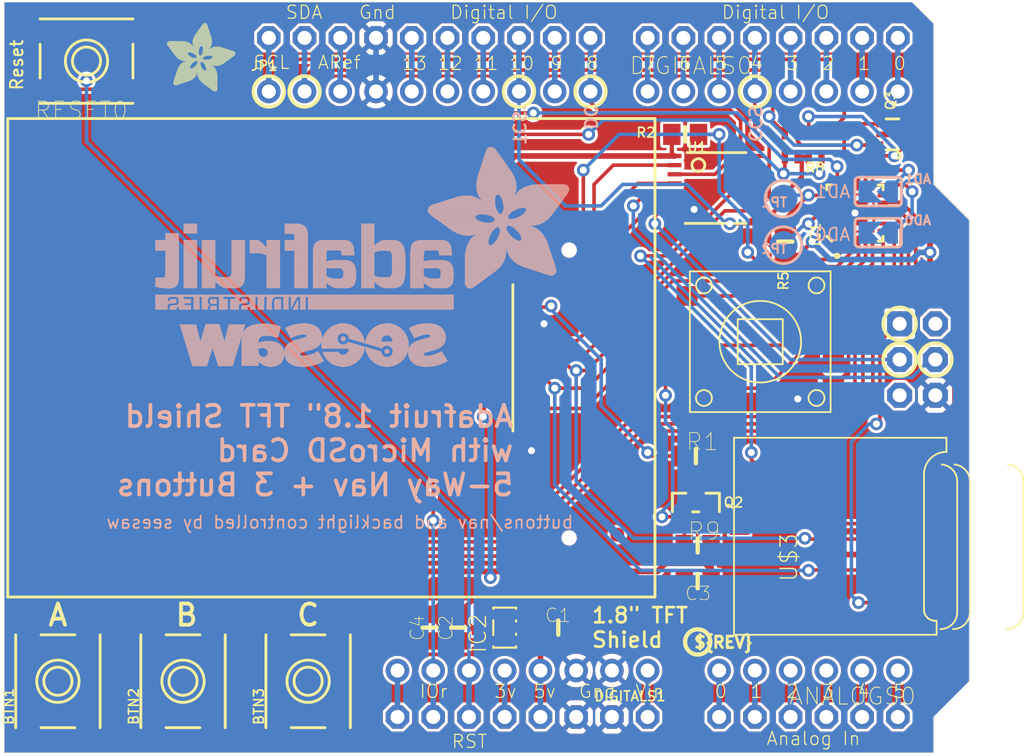
<source format=kicad_pcb>
(kicad_pcb (version 20221018) (generator pcbnew)
  (layers (0 "F.Cu" signal) (1 "In1.Cu" signal) (2 "In2.Cu" signal) (3 "In3.Cu" signal) (4 "In4.Cu" signal) (5 "In5.Cu" signal) (6 "In6.Cu" signal) (7 "In7.Cu" signal) (8 "In8.Cu" signal) (9 "In9.Cu" signal) (10 "In10.Cu" signal) (11 "In11.Cu" signal) (12 "In12.Cu" signal) (13 "In13.Cu" signal) (14 "In14.Cu" signal) (31 "B.Cu" signal) (34 "B.Paste" user) (35 "F.Paste" user) (36 "B.SilkS" user "B.Silkscreen") (37 "F.SilkS" user "F.Silkscreen") (38 "B.Mask" user) (39 "F.Mask" user) (44 "Edge.Cuts" user))
  (net 0 "")
  (net 1 "GND")
  (net 2 "SCK")
  (net 3 "SCK_3V")
  (net 4 "MOSI")
  (net 5 "MOSI_3V")
  (net 6 "MISO")
  (net 7 "+3V3")
  (net 8 "SD_CS")
  (net 9 "N$4")
  (net 10 "N$5")
  (net 11 "D9")
  (net 12 "TFT_DC")
  (net 13 "TFTDC_3V")
  (net 14 "TFT_CS")
  (net 15 "TFTRESET_3V")
  (net 16 "+5V")
  (net 17 "D7")
  (net 18 "D6")
  (net 19 "D5")
  (net 20 "D3")
  (net 21 "D2")
  (net 22 "D1")
  (net 23 "D0")
  (net 24 "AREF")
  (net 25 "A5")
  (net 26 "A4")
  (net 27 "A2")
  (net 28 "A1")
  (net 29 "A0")
  (net 30 "VIN")
  (net 31 "+3.3V")
  (net 32 "N$6")
  (net 33 "N$10")
  (net 34 "N$11")
  (net 35 "~{RESET}")
  (net 36 "N$16")
  (net 37 "N$18")
  (net 38 "TFTCS_3V")
  (net 39 "SDCS_3V")
  (net 40 "SWDIO")
  (net 41 "SWCLK")
  (net 42 "PA02_A0")
  (net 43 "PA04")
  (net 44 "PA06")
  (net 45 "PA10")
  (net 46 "PA14")
  (net 47 "PA15")
  (net 48 "PA16_D16")
  (net 49 "PA17_D17")
  (net 50 "PA22_SDA")
  (net 51 "PA23_SCL")
  (net 52 "PA24_D-")
  (net 53 "PA25_D+")
  (net 54 "IND_LED")
  (net 55 "SCL")
  (net 56 "SDA")
  (net 57 "VDDIO")
  (net 58 "PA08")
  (net 59 "PA09")
  (net 60 "PA07")
  (net 61 "PA11")
  (net 62 "PA05")
  (footprint "working:0805-NO" (layer "F.Cu") (at 153.5811 122.7836)
    (fp_text reference "C1")
    (fp_text value "10uF")
  )
  (footprint "working:0805-NO" (layer "F.Cu") (at 146.4691 122.7836 90)
    (fp_text reference "C2")
    (fp_text value "10uF")
  )
  (footprint "working:1X08_ROUND" (layer "F.Cu") (at 151.0411 125.8316 180)
    (fp_text reference "DIGITALS1")
    (fp_text value "")
  )
  (footprint "working:SOT23-WIDE" (layer "F.Cu") (at 163.3601 113.8936)
    (fp_text reference "Q2")
    (fp_text value "BSS138")
  )
  (footprint "working:EVQ-Q2_SMALLER" (layer "F.Cu") (at 135.8011 126.5936 90)
    (fp_text reference "BTN3")
    (fp_text value "EVQQ")
  )
  (footprint "working:EVQ-Q2_SMALLER" (layer "F.Cu") (at 120.0531 82.5246 180)
    (fp_text reference "RESET0")
    (fp_text value "EVQQ")
  )
  (footprint "working:0805-NO" (layer "F.Cu") (at 163.4871 116.9416)
    (fp_text reference "R9")
    (fp_text value "10K")
  )
  (footprint "working:JD-T1800" (layer "F.Cu") (at 137.4521 103.6066 90)
    (fp_text reference "U$1" hide)
    (fp_text value "DISP_LCD_JDT1800" hide)
  )
  (footprint "working:EVQ-Q2_SMALLER" (layer "F.Cu") (at 118.0211 126.5936 90)
    (fp_text reference "BTN1")
    (fp_text value "EVQQ")
  )
  (footprint "working:MICROSD" (layer "F.Cu") (at 166.0271 123.2916 90)
    (fp_text reference "U$3")
    (fp_text value "MICROSD" hide)
  )
  (footprint "working:ARDUINOR3_ICSP" (layer "F.Cu") (at 114.2111 131.6736)
    (fp_text reference "M1" hide)
    (fp_text value "ARDUINO_R3_ICSP" hide)
    (fp_line (start 0 -53.34) (end 0 0) (stroke (width 0.05)) (layer "Edge.Cuts"))
    (fp_line (start 0 0) (end 66.04 0) (stroke (width 0.05)) (layer "Edge.Cuts"))
    (fp_line (start 64.516 -53.34) (end 0 -53.34) (stroke (width 0.05)) (layer "Edge.Cuts"))
    (fp_line (start 66.04 -51.816) (end 64.516 -53.34) (stroke (width 0.05)) (layer "Edge.Cuts"))
    (fp_line (start 66.04 -40.386) (end 66.04 -51.816) (stroke (width 0.05)) (layer "Edge.Cuts"))
    (fp_line (start 66.04 -2.54) (end 68.58 -5.08) (stroke (width 0.05)) (layer "Edge.Cuts"))
    (fp_line (start 66.04 0) (end 66.04 -2.54) (stroke (width 0.05)) (layer "Edge.Cuts"))
    (fp_line (start 68.58 -37.846) (end 66.04 -40.386) (stroke (width 0.05)) (layer "Edge.Cuts"))
    (fp_line (start 68.58 -5.08) (end 68.58 -37.846) (stroke (width 0.05)) (layer "Edge.Cuts"))
  )
  (footprint "working:EVQ-Q2_SMALLER" (layer "F.Cu") (at 126.9111 126.5936 90)
    (fp_text reference "BTN2")
    (fp_text value "EVQQ")
  )
  (footprint "working:PCBFEAT-REV-040" (layer "F.Cu") (at 163.4871 123.7996)
    (fp_text reference "U$9" hide)
    (fp_text value "" hide)
  )
  (footprint "working:QFN24_4MM" (layer "F.Cu") (at 174.6631 93.3196 90)
    (fp_text reference "IC1")
    (fp_text value "ATSAMD09D14A-MU")
  )
  (footprint "working:1X10_ROUND" (layer "F.Cu") (at 144.4371 84.6836)
    (fp_text reference "JP1")
    (fp_text value "")
  )
  (footprint "working:SOT23-5L" (layer "F.Cu") (at 149.7711 122.7836 90)
    (fp_text reference "IC2")
    (fp_text value "AP2112K-3.3")
  )
  (footprint "working:0805-NO" (layer "F.Cu") (at 162.5981 87.7316 180)
    (fp_text reference "R2")
    (fp_text value "10K")
  )
  (footprint "working:1X08_ROUND" (layer "F.Cu") (at 168.8211 84.6836)
    (fp_text reference "DIGITALS0")
    (fp_text value "")
  )
  (footprint "working:1X06_ROUND" (layer "F.Cu") (at 171.3611 125.8316 180)
    (fp_text reference "ANALOGS0")
    (fp_text value "")
  )
  (footprint "working:0805-NO" (layer "F.Cu") (at 163.4871 119.4816 180)
    (fp_text reference "C3")
    (fp_text value "0.1uF")
  )
  (footprint "working:RESPACK_4X0603_NO" (layer "F.Cu") (at 170.9801 88.4936 180)
    (fp_text reference "R8")
    (fp_text value "10K")
  )
  (footprint "working:FIDUCIAL_1MM" (layer "F.Cu") (at 117.3861 88.3666)
    (fp_text reference "FID1" hide)
    (fp_text value "FIDUCIAL_1MM" hide)
  )
  (footprint "working:0805-NO" (layer "F.Cu") (at 144.4371 122.7836 90)
    (fp_text reference "C4")
    (fp_text value "0.1uF")
  )
  (footprint "working:SOT363" (layer "F.Cu") (at 177.3301 87.7316 90)
    (fp_text reference "Q3")
    (fp_text value "BSS138")
  )
  (footprint "working:TSSOP16" (layer "F.Cu") (at 164.7571 91.5416 -90)
    (fp_text reference "U1")
    (fp_text value "74HC4050")
  )
  (footprint "working:FIDUCIAL_1MM" (layer "F.Cu") (at 157.7721 116.1796)
    (fp_text reference "FID3" hide)
    (fp_text value "FIDUCIAL_1MM" hide)
  )
  (footprint "working:ADAFRUIT_5MM" (layer "F.Cu") (at 125.7681 84.6836)
    (fp_text reference "U$7" hide)
    (fp_text value "" hide)
  )
  (footprint "working:SKQUBAE010" (layer "F.Cu") (at 167.9321 102.4636)
    (fp_text reference "SW1" hide)
    (fp_text value "NAVSWITCHSKQUABAUE010" hide)
  )
  (footprint "working:0805-NO" (layer "F.Cu") (at 169.7101 95.3516 -90)
    (fp_text reference "R5")
    (fp_text value "1K")
  )
  (footprint "working:0805-NO" (layer "F.Cu") (at 163.3601 110.5916)
    (fp_text reference "R1")
    (fp_text value "22 ohm")
  )
  (footprint "working:SOLDERJUMPER_ARROW_NOPASTE" (layer "B.Cu") (at 176.3141 94.7166 180)
    (fp_text reference "AD0")
    (fp_text value "")
  )
  (footprint "working:TESTPOINT_ROUND_2MM" (layer "B.Cu") (at 169.5831 95.6056 180)
    (fp_text reference "TP2")
    (fp_text value "")
  )
  (footprint "working:ADAFRUIT_TEXT_30MM" (layer "B.Cu") (at 154.5971 100.1776 180)
    (fp_text reference "U$5" hide)
    (fp_text value "" hide)
  )
  (footprint "working:SOLDERJUMPER_ARROW_NOPASTE" (layer "B.Cu") (at 176.3141 91.7956 180)
    (fp_text reference "AD1")
    (fp_text value "")
  )
  (footprint "working:SEESAW_LOGO" (layer "B.Cu") (at 145.7071 104.2416 180)
    (fp_text reference "U$8" hide)
    (fp_text value "" hide)
  )
  (footprint "working:TESTPOINT_ROUND_2MM" (layer "B.Cu") (at 169.5831 92.3036 180)
    (fp_text reference "TP1")
    (fp_text value "")
  )
  (gr_circle (center 177.8381 103.7336) (end 179.008981 103.7336) (stroke (width 0.254)) (fill none) (layer "F.SilkS"))
  (gr_circle (center 150.7871 84.6836) (end 151.879593 84.6836) (stroke (width 0.254)) (fill none) (layer "F.SilkS"))
  (gr_circle (center 133.0071 84.6836) (end 134.099593 84.6836) (stroke (width 0.254)) (fill none) (layer "F.SilkS"))
  (gr_circle (center 180.3781 103.7336) (end 181.548981 103.7336) (stroke (width 0.254)) (fill none) (layer "F.SilkS"))
  (gr_circle (center 177.8381 101.1936) (end 179.008981 101.1936) (stroke (width 0.254)) (fill none) (layer "F.SilkS"))
  (gr_circle (center 155.8671 84.6836) (end 156.959593 84.6836) (stroke (width 0.254)) (fill none) (layer "F.SilkS"))
  (gr_circle (center 135.5471 84.6836) (end 136.639593 84.6836) (stroke (width 0.254)) (fill none) (layer "F.SilkS"))
  (gr_circle (center 167.5511 84.6836) (end 168.643593 84.6836) (stroke (width 0.254)) (fill none) (layer "F.SilkS"))
  (gr_text "buttons/nav and backlight controlled by seesaw" (at 154.7241 115.2906) (layer "B.SilkS") (effects (font (size 0.89408 0.89408) (thickness 0.12192)) (justify left mirror)))
  (gr_text "DC" (at 155.3591 87.4776 -90) (layer "B.SilkS") (effects (font (size 0.8636 0.8636) (thickness 0.1524)) (justify left bottom mirror)))
  (gr_text "AD0" (at 174.4091 94.8436) (layer "B.SilkS") (effects (font (size 0.89408 0.89408) (thickness 0.12192)) (justify left mirror)))
  (gr_text "AD1" (at 174.4091 91.7956) (layer "B.SilkS") (effects (font (size 0.89408 0.89408) (thickness 0.12192)) (justify left mirror)))
  (gr_text "TCS" (at 150.2791 88.4936 -90) (layer "B.SilkS") (effects (font (size 0.8636 0.8636) (thickness 0.1524)) (justify left bottom mirror)))
  (gr_text "Adafruit 1.8\" TFT Shield\nwith MicroSD Card\n5-Way Nav + 3 Buttons" (at 150.5331 110.2106) (layer "B.SilkS") (effects (font (size 1.5113 1.5113) (thickness 0.2667)) (justify left mirror)))
  (gr_text "CCS" (at 167.0431 88.3666 -90) (layer "B.SilkS") (effects (font (size 0.8636 0.8636) (thickness 0.1524)) (justify left bottom mirror)))
  (gr_text "Reset" (at 115.6081 84.6836 90) (layer "F.SilkS") (effects (font (size 0.87376 0.87376) (thickness 0.14224)) (justify left bottom)))
  (gr_text "B" (at 127.1651 121.8946) (layer "F.SilkS") (effects (font (size 1.5113 1.5113) (thickness 0.2667))))
  (gr_text "1.8\" TFT\nShield" (at 155.8671 122.7836) (layer "F.SilkS") (effects (font (size 1.0795 1.0795) (thickness 0.1905)) (justify left)))
  (gr_text "A" (at 118.0211 121.8946) (layer "F.SilkS") (effects (font (size 1.5113 1.5113) (thickness 0.2667))))
  (gr_text "C" (at 135.8011 121.8946) (layer "F.SilkS") (effects (font (size 1.5113 1.5113) (thickness 0.2667))))
  (segment (start 174.6631 94.0696) (end 174.6631 93.3196) (width 0.3048) (layer "F.Cu") (net 1))
  (segment (start 172.6631 94.0696) (end 174.6631 94.0696) (width 0.3048) (layer "F.Cu") (net 1))
  (via (at 170.5991 106.5276) (size 0.9064) (drill 0.5) (layers "F.Cu" "B.Cu") (net 1))
  (via (at 163.2331 93.0656) (size 0.9064) (drill 0.5) (layers "F.Cu" "B.Cu") (net 1))
  (via (at 151.6761 110.2106) (size 0.9064) (drill 0.5) (layers "F.Cu" "B.Cu") (net 1))
  (via (at 152.5651 101.1936) (size 0.9064) (drill 0.5) (layers "F.Cu" "B.Cu") (net 1))
  (via (at 174.6631 93.3196) (size 0.9064) (drill 0.5) (layers "F.Cu" "B.Cu") (net 1))
  (segment (start 140.6271 80.8736) (end 140.6271 84.6836) (width 0.4064) (layer "B.Cu") (net 1))
  (segment (start 160.4391 93.5736) (end 160.4391 94.0816) (width 0.254) (layer "F.Cu") (net 2))
  (segment (start 161.8393 93.1666) (end 160.8461 93.1666) (width 0.254) (layer "F.Cu") (net 2))
  (segment (start 160.8461 93.1666) (end 160.4391 93.5736) (width 0.254) (layer "F.Cu") (net 2))
  (via (at 160.4391 94.0816) (size 0.9064) (drill 0.5) (layers "F.Cu" "B.Cu") (net 2))
  (segment (start 160.4391 94.0816) (end 170.0911 103.7336) (width 0.254) (layer "B.Cu") (net 2))
  (segment (start 170.0911 103.7336) (end 177.8381 103.7336) (width 0.254) (layer "B.Cu") (net 2))
  (segment (start 157.6451 103.7336) (end 157.6451 95.3516) (width 0.254) (layer "F.Cu") (net 3))
  (segment (start 176.6671 118.6916) (end 171.3891 118.6916) (width 0.254) (layer "F.Cu") (net 3))
  (segment (start 171.3891 118.6916) (end 171.3611 118.7196) (width 0.254) (layer "F.Cu") (net 3))
  (segment (start 155.6131 105.7656) (end 153.3271 105.7656) (width 0.254) (layer "F.Cu") (net 3))
  (segment (start 155.6131 105.7656) (end 157.6451 103.7336) (width 0.254) (layer "F.Cu") (net 3))
  (segment (start 150.5521 104.8066) (end 152.3681 104.8066) (width 0.254) (layer "F.Cu") (net 3))
  (segment (start 157.6451 95.3516) (end 160.4801 92.5166) (width 0.254) (layer "F.Cu") (net 3))
  (segment (start 160.4801 92.5166) (end 161.8393 92.5166) (width 0.254) (layer "F.Cu") (net 3))
  (segment (start 152.3681 104.8066) (end 153.3271 105.7656) (width 0.254) (layer "F.Cu") (net 3))
  (via (at 171.3611 118.7196) (size 0.9064) (drill 0.5) (layers "F.Cu" "B.Cu") (net 3))
  (via (at 153.3271 105.7656) (size 0.9064) (drill 0.5) (layers "F.Cu" "B.Cu") (net 3))
  (segment (start 171.3611 118.7196) (end 159.4231 118.7196) (width 0.254) (layer "B.Cu") (net 3))
  (segment (start 153.3271 112.6236) (end 153.3271 105.7656) (width 0.254) (layer "B.Cu") (net 3))
  (segment (start 159.4231 118.7196) (end 153.3271 112.6236) (width 0.254) (layer "B.Cu") (net 3))
  (segment (start 159.8601 91.8666) (end 158.9151 92.8116) (width 0.254) (layer "F.Cu") (net 4))
  (segment (start 161.8393 91.8666) (end 159.8601 91.8666) (width 0.254) (layer "F.Cu") (net 4))
  (via (at 158.9151 92.8116) (size 0.9064) (drill 0.5) (layers "F.Cu" "B.Cu") (net 4))
  (segment (start 158.9151 94.5896) (end 158.9151 92.8116) (width 0.254) (layer "B.Cu") (net 4))
  (segment (start 178.7271 105.0036) (end 179.9971 103.7336) (width 0.254) (layer "B.Cu") (net 4))
  (segment (start 169.3291 105.0036) (end 158.9151 94.5896) (width 0.254) (layer "B.Cu") (net 4))
  (segment (start 169.3291 105.0036) (end 178.7271 105.0036) (width 0.254) (layer "B.Cu") (net 4))
  (segment (start 179.9971 103.7336) (end 180.3781 103.7336) (width 0.254) (layer "B.Cu") (net 4))
  (segment (start 176.6671 116.4916) (end 171.1651 116.4916) (width 0.254) (layer "F.Cu") (net 5))
  (segment (start 154.0891 103.9876) (end 154.6161 104.5146) (width 0.254) (layer "F.Cu") (net 5))
  (segment (start 155.5941 104.5146) (end 156.8831 103.2256) (width 0.254) (layer "F.Cu") (net 5))
  (segment (start 159.2401 91.2166) (end 161.8393 91.2166) (width 0.254) (layer "F.Cu") (net 5))
  (segment (start 154.8511 104.5146) (end 155.5941 104.5146) (width 0.254) (layer "F.Cu") (net 5))
  (segment (start 156.8831 93.5736) (end 159.2401 91.2166) (width 0.254) (layer "F.Cu") (net 5))
  (segment (start 156.8831 103.2256) (end 156.8831 93.5736) (width 0.254) (layer "F.Cu") (net 5))
  (segment (start 150.5521 104.0066) (end 150.5331 103.9876) (width 0.254) (layer "F.Cu") (net 5))
  (segment (start 171.1651 116.4916) (end 171.1071 116.4336) (width 0.254) (layer "F.Cu") (net 5))
  (segment (start 150.5331 103.9876) (end 154.0891 103.9876) (width 0.254) (layer "F.Cu") (net 5))
  (segment (start 154.6161 104.5146) (end 154.8511 104.5146) (width 0.254) (layer "F.Cu") (net 5))
  (via (at 154.8511 104.5146) (size 0.9064) (drill 0.5) (layers "F.Cu" "B.Cu") (net 5))
  (via (at 171.1071 116.4336) (size 0.9064) (drill 0.5) (layers "F.Cu" "B.Cu") (net 5))
  (segment (start 171.1071 116.4336) (end 158.9151 116.4336) (width 0.254) (layer "B.Cu") (net 5))
  (segment (start 154.8511 112.3696) (end 154.8511 104.5146) (width 0.254) (layer "B.Cu") (net 5))
  (segment (start 158.9151 116.4336) (end 154.8511 112.3696) (width 0.254) (layer "B.Cu") (net 5))
  (segment (start 176.4411 108.0516) (end 176.4411 102.4636) (width 0.254) (layer "F.Cu") (net 6))
  (segment (start 177.7111 101.1936) (end 177.8381 101.1936) (width 0.254) (layer "F.Cu") (net 6))
  (segment (start 176.1871 108.3056) (end 176.4411 108.0516) (width 0.254) (layer "F.Cu") (net 6))
  (segment (start 176.6671 120.8916) (end 176.5531 121.0056) (width 0.254) (layer "F.Cu") (net 6))
  (segment (start 176.5531 121.0056) (end 174.9171 121.0056) (width 0.254) (layer "F.Cu") (net 6))
  (segment (start 176.4411 102.4636) (end 177.7111 101.1936) (width 0.254) (layer "F.Cu") (net 6))
  (via (at 174.9171 121.0056) (size 0.9064) (drill 0.5) (layers "F.Cu" "B.Cu") (net 6))
  (via (at 176.1871 108.3056) (size 0.9064) (drill 0.5) (layers "F.Cu" "B.Cu") (net 6))
  (segment (start 174.4091 109.5756) (end 175.6791 108.3056) (width 0.254) (layer "B.Cu") (net 6))
  (segment (start 175.6791 108.3056) (end 176.1871 108.3056) (width 0.254) (layer "B.Cu") (net 6))
  (segment (start 174.4091 120.4976) (end 174.4091 109.5756) (width 0.254) (layer "B.Cu") (net 6))
  (segment (start 174.9171 121.0056) (end 174.4091 120.4976) (width 0.254) (layer "B.Cu") (net 6))
  (segment (start 171.8811 95.3516) (end 171.6151 95.3516) (width 0.3048) (layer "F.Cu") (net 7))
  (segment (start 142.9131 123.2916) (end 143.4211 123.7996) (width 0.4064) (layer "F.Cu") (net 7))
  (segment (start 148.814421 118.7856) (end 160.6271 118.7856) (width 0.4064) (layer "F.Cu") (net 7))
  (segment (start 164.4371 116.9416) (end 164.4371 117.4496) (width 0.4064) (layer "F.Cu") (net 7))
  (segment (start 169.8371 91.7956) (end 169.8371 92.3036) (width 0.3048) (layer "F.Cu") (net 7))
  (segment (start 150.5521 105.5116) (end 150.5521 105.6066) (width 0.4064) (layer "F.Cu") (net 7))
  (segment (start 181.7751 107.5436) (end 181.2671 108.0516) (width 0.4064) (layer "F.Cu") (net 7))
  (segment (start 176.4301 87.7316) (end 178.2301 87.7316) (width 0.4064) (layer "F.Cu") (net 7))
  (segment (start 161.2011 118.2116) (end 163.9951 118.2116) (width 0.4064) (layer "F.Cu") (net 7))
  (segment (start 142.9131 120.2436) (end 142.9131 123.2916) (width 0.4064) (layer "F.Cu") (net 7))
  (segment (start 161.8393 89.2666) (end 150.5221 89.2666) (width 0.4064) (layer "F.Cu") (net 7))
  (segment (start 164.4371 116.9416) (end 164.4371 118.6536) (width 0.4064) (layer "F.Cu") (net 7))
  (segment (start 148.2471 107.7976) (end 148.2471 106.4066) (width 0.4064) (layer "F.Cu") (net 7))
  (segment (start 179.4891 91.2876) (end 179.9971 91.7956) (width 0.4064) (layer "F.Cu") (net 7))
  (segment (start 171.3801 89.3436) (end 170.884296 89.3436) (width 0.3048) (layer "F.Cu") (net 7))
  (segment (start 146.4691 123.7336) (end 144.4371 123.7336) (width 0.4064) (layer "F.Cu") (net 7))
  (segment (start 178.9811 108.0516) (end 178.2191 108.8136) (width 0.4064) (layer "F.Cu") (net 7))
  (segment (start 148.2471 105.5116) (end 150.5521 105.5116) (width 0.4064) (layer "F.Cu") (net 7))
  (segment (start 168.5671 95.5396) (end 169.3291 96.3016) (width 0.3048) (layer "F.Cu") (net 7))
  (segment (start 169.8371 92.3036) (end 168.5671 93.5736) (width 0.3048) (layer "F.Cu") (net 7))
  (segment (start 172.6631 94.5696) (end 171.8811 95.3516) (width 0.254) (layer "F.Cu") (net 7))
  (segment (start 168.5671 93.5736) (end 168.5671 95.5396) (width 0.3048) (layer "F.Cu") (net 7))
  (segment (start 169.3291 96.3016) (end 169.7101 96.3016) (width 0.3048) (layer "F.Cu") (net 7))
  (segment (start 178.2301 87.7316) (end 179.2351 87.7316) (width 0.4064) (layer "F.Cu") (net 7))
  (segment (start 148.4711 123.7336) (end 146.4691 123.7336) (width 0.4064) (layer "F.Cu") (net 7))
  (segment (start 160.6271 118.7856) (end 161.2011 118.2116) (width 0.4064) (layer "F.Cu") (net 7))
  (segment (start 143.4211 123.7996) (end 144.3711 123.7996) (width 0.4064) (layer "F.Cu") (net 7))
  (segment (start 148.2471 91.5416) (end 148.2471 100.8066) (width 0.4064) (layer "F.Cu") (net 7))
  (segment (start 170.884296 89.3436) (end 170.5801 89.3436) (width 0.3048) (layer "F.Cu") (net 7))
  (segment (start 177.2091 117.4496) (end 177.0671 117.5916) (width 0.4064) (layer "F.Cu") (net 7))
  (segment (start 170.884296 89.3436) (end 170.884296 90.748404) (width 0.3048) (layer "F.Cu") (net 7))
  (segment (start 170.5991 89.3626) (end 170.5801 89.3436) (width 0.3048) (layer "F.Cu") (net 7))
  (segment (start 181.7751 99.4156) (end 181.7751 107.5436) (width 0.4064) (layer "F.Cu") (net 7))
  (segment (start 179.4891 87.9856) (end 179.4891 91.2876) (width 0.4064) (layer "F.Cu") (net 7))
  (segment (start 164.5791 117.5916) (end 164.4371 117.4496) (width 0.4064) (layer "F.Cu") (net 7))
  (segment (start 170.884296 90.748404) (end 169.8371 91.7956) (width 0.3048) (layer "F.Cu") (net 7))
  (segment (start 148.2471 100.8066) (end 148.2471 105.5116) (width 0.4064) (layer "F.Cu") (net 7))
  (segment (start 181.2671 108.0516) (end 178.9811 108.0516) (width 0.4064) (layer "F.Cu") (net 7))
  (segment (start 148.814421 118.7856) (end 148.814421 119.168279) (width 0.4064) (layer "F.Cu") (net 7))
  (segment (start 150.5221 89.2666) (end 148.2471 91.5416) (width 0.4064) (layer "F.Cu") (net 7))
  (segment (start 144.3711 118.7856) (end 142.9131 120.2436) (width 0.4064) (layer "F.Cu") (net 7))
  (segment (start 148.814421 119.168279) (end 148.7551 119.2276) (width 0.4064) (layer "F.Cu") (net 7))
  (segment (start 150.5521 100.8066) (end 148.2471 100.8066) (width 0.4064) (layer "F.Cu") (net 7))
  (segment (start 171.6151 95.3516) (end 170.6651 96.3016) (width 0.3048) (layer "F.Cu") (net 7))
  (segment (start 170.6651 96.3016) (end 169.7101 96.3016) (width 0.3048) (layer "F.Cu") (net 7))
  (segment (start 161.6481 89.0754) (end 161.6481 87.7316) (width 0.3048) (layer "F.Cu") (net 7))
  (segment (start 164.4371 118.6536) (end 164.4371 119.4816) (width 0.4064) (layer "F.Cu") (net 7))
  (segment (start 179.9971 96.1136) (end 179.9971 97.6376) (width 0.4064) (layer "F.Cu") (net 7))
  (segment (start 179.9971 97.6376) (end 181.7751 99.4156) (width 0.4064) (layer "F.Cu") (net 7))
  (segment (start 178.2191 117.4496) (end 177.2091 117.4496) (width 0.4064) (layer "F.Cu") (net 7))
  (segment (start 144.3711 123.7996) (end 144.4371 123.7336) (width 0.4064) (layer "F.Cu") (net 7))
  (segment (start 177.0671 117.5916) (end 164.5791 117.5916) (width 0.4064) (layer "F.Cu") (net 7))
  (segment (start 179.2351 87.7316) (end 179.4891 87.9856) (width 0.4064) (layer "F.Cu") (net 7))
  (segment (start 148.2471 106.4066) (end 148.2471 105.5116) (width 0.4064) (layer "F.Cu") (net 7))
  (segment (start 161.8393 89.2666) (end 161.6481 89.0754) (width 0.3048) (layer "F.Cu") (net 7))
  (segment (start 163.9951 118.2116) (end 164.4371 118.6536) (width 0.4064) (layer "F.Cu") (net 7))
  (segment (start 144.3711 118.7856) (end 148.814421 118.7856) (width 0.4064) (layer "F.Cu") (net 7))
  (segment (start 179.9971 91.7956) (end 179.9971 96.1136) (width 0.4064) (layer "F.Cu") (net 7))
  (segment (start 178.2191 108.8136) (end 178.2191 117.4496) (width 0.4064) (layer "F.Cu") (net 7))
  (segment (start 150.5521 106.4066) (end 148.2471 106.4066) (width 0.4064) (layer "F.Cu") (net 7))
  (via (at 148.2471 107.7976) (size 0.9064) (drill 0.5) (layers "F.Cu" "B.Cu") (net 7))
  (via (at 148.7551 119.2276) (size 0.9064) (drill 0.5) (layers "F.Cu" "B.Cu") (net 7))
  (via (at 171.6151 95.3516) (size 0.9064) (drill 0.5) (layers "F.Cu" "B.Cu") (net 7))
  (via (at 179.9971 96.1136) (size 0.9064) (drill 0.5) (layers "F.Cu" "B.Cu") (net 7))
  (segment (start 179.2351 96.1136) (end 179.9971 96.1136) (width 0.4064) (layer "B.Cu") (net 7))
  (segment (start 148.7551 108.3056) (end 148.2471 107.7976) (width 0.4064) (layer "B.Cu") (net 7))
  (segment (start 148.7551 119.2276) (end 148.7551 108.3056) (width 0.4064) (layer "B.Cu") (net 7))
  (segment (start 171.6151 95.3516) (end 172.8851 96.6216) (width 0.4064) (layer "B.Cu") (net 7))
  (segment (start 178.7271 96.6216) (end 179.2351 96.1136) (width 0.4064) (layer "B.Cu") (net 7))
  (segment (start 172.8851 96.6216) (end 178.7271 96.6216) (width 0.4064) (layer "B.Cu") (net 7))
  (segment (start 168.2271 92.5166) (end 168.5671 92.1766) (width 0.254) (layer "F.Cu") (net 8))
  (segment (start 167.5511 87.4776) (end 167.5511 84.6836) (width 0.254) (layer "F.Cu") (net 8))
  (segment (start 168.5671 92.1766) (end 168.5671 88.4936) (width 0.254) (layer "F.Cu") (net 8))
  (segment (start 167.6749 92.5166) (end 168.2271 92.5166) (width 0.254) (layer "F.Cu") (net 8))
  (segment (start 168.5671 88.4936) (end 167.5511 87.4776) (width 0.254) (layer "F.Cu") (net 8))
  (segment (start 167.5511 84.6836) (end 167.5511 80.8736) (width 0.4064) (layer "B.Cu") (net 8))
  (segment (start 152.9901 100.0066) (end 150.5521 100.0066) (width 0.254) (layer "F.Cu") (net 9))
  (segment (start 153.0731 99.9236) (end 152.9901 100.0066) (width 0.254) (layer "F.Cu") (net 9))
  (segment (start 160.1851 110.5916) (end 159.9311 110.3376) (width 0.254) (layer "F.Cu") (net 9))
  (segment (start 162.4101 110.5916) (end 160.1851 110.5916) (width 0.254) (layer "F.Cu") (net 9))
  (via (at 159.9311 110.3376) (size 0.9064) (drill 0.5) (layers "F.Cu" "B.Cu") (net 9))
  (via (at 153.0731 99.9236) (size 0.9064) (drill 0.5) (layers "F.Cu" "B.Cu") (net 9))
  (segment (start 156.6291 107.0356) (end 156.6291 103.7336) (width 0.254) (layer "B.Cu") (net 9))
  (segment (start 159.9311 110.3376) (end 156.6291 107.0356) (width 0.254) (layer "B.Cu") (net 9))
  (segment (start 153.0731 100.1776) (end 153.0731 99.9236) (width 0.254) (layer "B.Cu") (net 9))
  (segment (start 156.6291 103.7336) (end 153.0731 100.1776) (width 0.254) (layer "B.Cu") (net 9))
  (segment (start 163.3601 112.8936) (end 163.3601 112.3696) (width 0.254) (layer "F.Cu") (net 10))
  (segment (start 163.3601 112.3696) (end 164.3761 111.3536) (width 0.254) (layer "F.Cu") (net 10))
  (segment (start 164.3761 110.6576) (end 164.3101 110.5916) (width 0.254) (layer "F.Cu") (net 10))
  (segment (start 164.3761 111.3536) (end 164.3761 110.6576) (width 0.254) (layer "F.Cu") (net 10))
  (segment (start 153.3271 80.8736) (end 153.3271 84.6836) (width 0.4064) (layer "B.Cu") (net 11))
  (segment (start 165.7731 85.9536) (end 156.3751 85.9536) (width 0.254) (layer "F.Cu") (net 12))
  (segment (start 164.7161 90.5666) (end 166.5351 88.7476) (width 0.254) (layer "F.Cu") (net 12))
  (segment (start 155.8671 85.4456) (end 155.8671 84.6836) (width 0.254) (layer "F.Cu") (net 12))
  (segment (start 161.8393 90.5666) (end 164.7161 90.5666) (width 0.254) (layer "F.Cu") (net 12))
  (segment (start 156.3751 85.9536) (end 155.8671 85.4456) (width 0.254) (layer "F.Cu") (net 12))
  (segment (start 166.5351 86.7156) (end 165.7731 85.9536) (width 0.254) (layer "F.Cu") (net 12))
  (segment (start 166.5351 88.7476) (end 166.5351 86.7156) (width 0.254) (layer "F.Cu") (net 12))
  (segment (start 155.8671 80.8736) (end 155.8671 84.6836) (width 0.4064) (layer "B.Cu") (net 12))
  (segment (start 160.6931 89.9166) (end 161.8393 89.9166) (width 0.254) (layer "F.Cu") (net 13))
  (segment (start 156.1211 91.2876) (end 157.4921 89.9166) (width 0.254) (layer "F.Cu") (net 13))
  (segment (start 157.4921 89.9166) (end 160.2861 89.9166) (width 0.254) (layer "F.Cu") (net 13))
  (segment (start 160.2861 89.9166) (end 160.6931 89.9166) (width 0.254) (layer "F.Cu") (net 13))
  (segment (start 155.6321 103.2066) (end 156.1211 102.7176) (width 0.254) (layer "F.Cu") (net 13))
  (segment (start 156.1211 102.7176) (end 156.1211 91.2876) (width 0.254) (layer "F.Cu") (net 13))
  (segment (start 150.5521 103.2066) (end 155.6321 103.2066) (width 0.254) (layer "F.Cu") (net 13))
  (segment (start 167.4099 94.0816) (end 167.6749 93.8166) (width 0.254) (layer "F.Cu") (net 14))
  (segment (start 165.7731 94.0816) (end 167.4099 94.0816) (width 0.254) (layer "F.Cu") (net 14))
  (via (at 165.7731 94.0816) (size 0.9064) (drill 0.5) (layers "F.Cu" "B.Cu") (net 14))
  (segment (start 156.6291 92.8116) (end 158.1531 91.2876) (width 0.254) (layer "B.Cu") (net 14))
  (segment (start 154.0891 92.8116) (end 156.6291 92.8116) (width 0.254) (layer "B.Cu") (net 14))
  (segment (start 162.7251 91.2876) (end 165.5191 94.0816) (width 0.254) (layer "B.Cu") (net 14))
  (segment (start 150.7871 84.6836) (end 150.7871 89.5096) (width 0.254) (layer "B.Cu") (net 14))
  (segment (start 150.7871 80.8736) (end 150.7871 84.6836) (width 0.4064) (layer "B.Cu") (net 14))
  (segment (start 165.5191 94.0816) (end 165.7731 94.0816) (width 0.254) (layer "B.Cu") (net 14))
  (segment (start 158.1531 91.2876) (end 162.7251 91.2876) (width 0.254) (layer "B.Cu") (net 14))
  (segment (start 150.7871 89.5096) (end 154.0891 92.8116) (width 0.254) (layer "B.Cu") (net 14))
  (segment (start 173.9131 95.8476) (end 173.9131 95.3196) (width 0.254) (layer "F.Cu") (net 15))
  (segment (start 165.0111 87.7316) (end 163.5481 87.7316) (width 0.254) (layer "F.Cu") (net 15))
  (segment (start 173.1391 96.6216) (end 173.9131 95.8476) (width 0.254) (layer "F.Cu") (net 15))
  (segment (start 150.5521 102.4066) (end 154.9081 102.4066) (width 0.254) (layer "F.Cu") (net 15))
  (segment (start 167.0431 96.1136) (end 168.4401 97.5106) (width 0.254) (layer "F.Cu") (net 15))
  (segment (start 171.3611 96.6216) (end 173.1391 96.6216) (width 0.254) (layer "F.Cu") (net 15))
  (segment (start 154.9081 102.4066) (end 155.3591 101.9556) (width 0.254) (layer "F.Cu") (net 15))
  (segment (start 155.3591 101.9556) (end 155.3591 90.2716) (width 0.254) (layer "F.Cu") (net 15))
  (segment (start 170.4721 97.5106) (end 171.3611 96.6216) (width 0.254) (layer "F.Cu") (net 15))
  (segment (start 168.4401 97.5106) (end 170.4721 97.5106) (width 0.254) (layer "F.Cu") (net 15))
  (via (at 155.3591 90.2716) (size 0.9064) (drill 0.5) (layers "F.Cu" "B.Cu") (net 15))
  (via (at 167.0431 96.1136) (size 0.9064) (drill 0.5) (layers "F.Cu" "B.Cu") (net 15))
  (via (at 165.0111 87.7316) (size 0.9064) (drill 0.5) (layers "F.Cu" "B.Cu") (net 15))
  (segment (start 157.8991 87.7316) (end 161.7091 87.7316) (width 0.254) (layer "B.Cu") (net 15))
  (segment (start 165.0111 91.7956) (end 167.0431 93.8276) (width 0.254) (layer "B.Cu") (net 15))
  (segment (start 165.0111 91.7956) (end 165.0111 87.7316) (width 0.254) (layer "B.Cu") (net 15))
  (segment (start 155.3591 90.2716) (end 157.8991 87.7316) (width 0.254) (layer "B.Cu") (net 15))
  (segment (start 167.0431 93.8276) (end 167.0431 96.1136) (width 0.254) (layer "B.Cu") (net 15))
  (segment (start 161.7091 87.7316) (end 165.0111 87.7316) (width 0.254) (layer "B.Cu") (net 15))
  (segment (start 151.0711 123.7336) (end 152.3111 123.7336) (width 0.4064) (layer "F.Cu") (net 16))
  (segment (start 152.6311 121.8336) (end 152.6311 122.7836) (width 0.4064) (layer "F.Cu") (net 16))
  (segment (start 151.0711 121.8336) (end 152.6311 121.8336) (width 0.4064) (layer "F.Cu") (net 16))
  (segment (start 152.3111 123.1036) (end 152.6311 122.7836) (width 0.4064) (layer "F.Cu") (net 16))
  (segment (start 152.3111 123.7336) (end 152.3111 123.1036) (width 0.4064) (layer "F.Cu") (net 16))
  (segment (start 152.3111 123.7336) (end 152.3111 123.7996) (width 0.4064) (layer "F.Cu") (net 16))
  (segment (start 152.3111 125.8316) (end 152.3111 123.7996) (width 0.4064) (layer "F.Cu") (net 16))
  (segment (start 152.3111 125.8316) (end 152.3111 129.1336) (width 0.4064) (layer "B.Cu") (net 16))
  (segment (start 159.9311 80.8736) (end 159.9311 84.6836) (width 0.4064) (layer "B.Cu") (net 17))
  (segment (start 162.4711 84.6836) (end 162.4711 80.8736) (width 0.4064) (layer "B.Cu") (net 18))
  (segment (start 165.0111 80.8736) (end 165.0111 84.6836) (width 0.4064) (layer "B.Cu") (net 19))
  (segment (start 170.0911 80.8736) (end 170.0911 84.6836) (width 0.4064) (layer "B.Cu") (net 20))
  (segment (start 172.6311 84.6836) (end 172.6311 80.8736) (width 0.4064) (layer "B.Cu") (net 21))
  (segment (start 175.1711 80.8736) (end 175.1711 84.6836) (width 0.4064) (layer "B.Cu") (net 22))
  (segment (start 177.7111 80.8736) (end 177.7111 84.6836) (width 0.4064) (layer "B.Cu") (net 23))
  (segment (start 138.0871 80.8736) (end 138.0871 84.6836) (width 0.4064) (layer "B.Cu") (net 24))
  (segment (start 177.7111 129.1336) (end 177.7111 125.8316) (width 0.4064) (layer "B.Cu") (net 25))
  (segment (start 175.1711 125.8316) (end 175.1711 129.1336) (width 0.4064) (layer "B.Cu") (net 26))
  (segment (start 170.0911 125.8316) (end 170.0911 129.1336) (width 0.4064) (layer "B.Cu") (net 27))
  (segment (start 167.5511 129.1336) (end 167.5511 125.8316) (width 0.4064) (layer "B.Cu") (net 28))
  (segment (start 165.0111 125.8316) (end 165.0111 129.1336) (width 0.4064) (layer "B.Cu") (net 29))
  (segment (start 159.9311 125.8316) (end 159.9311 129.1336) (width 0.4064) (layer "B.Cu") (net 30))
  (segment (start 149.7711 129.1336) (end 149.7711 125.8316) (width 0.4064) (layer "B.Cu") (net 31))
  (segment (start 143.1671 80.8736) (end 143.1671 84.6836) (width 0.4064) (layer "B.Cu") (net 32))
  (segment (start 145.7071 80.8736) (end 145.7071 84.6836) (width 0.4064) (layer "B.Cu") (net 33))
  (segment (start 148.2471 80.8736) (end 148.2471 84.6836) (width 0.4064) (layer "B.Cu") (net 34))
  (segment (start 120.0531 83.9216) (end 120.0531 84.5246) (width 0.254) (layer "F.Cu") (net 35))
  (segment (start 173.4131 91.3196) (end 173.4131 90.0376) (width 0.254) (layer "F.Cu") (net 35))
  (segment (start 120.0531 84.5246) (end 123.1531 84.5246) (width 0.254) (layer "F.Cu") (net 35))
  (segment (start 173.4131 90.0376) (end 173.3931 90.0176) (width 0.254) (layer "F.Cu") (net 35))
  (segment (start 124.8361 86.2076) (end 123.1531 84.5246) (width 0.254) (layer "F.Cu") (net 35))
  (segment (start 151.8031 86.2076) (end 124.8361 86.2076) (width 0.254) (layer "F.Cu") (net 35))
  (segment (start 116.9531 84.5246) (end 120.0531 84.5246) (width 0.254) (layer "F.Cu") (net 35))
  (via (at 151.8031 86.2076) (size 0.9064) (drill 0.5) (layers "F.Cu" "B.Cu") (net 35))
  (via (at 173.3931 90.0176) (size 0.9064) (drill 0.5) (layers "F.Cu" "B.Cu") (net 35))
  (via (at 120.0531 83.9216) (size 0.9064) (drill 0.5) (layers "F.Cu" "B.Cu") (net 35))
  (segment (start 172.8851 89.5096) (end 169.5831 89.5096) (width 0.254) (layer "B.Cu") (net 35))
  (segment (start 166.2811 86.2076) (end 151.8031 86.2076) (width 0.254) (layer "B.Cu") (net 35))
  (segment (start 147.2311 125.8316) (end 147.2311 115.4176) (width 0.254) (layer "B.Cu") (net 35))
  (segment (start 169.5831 89.5096) (end 166.2811 86.2076) (width 0.254) (layer "B.Cu") (net 35))
  (segment (start 147.2311 115.4176) (end 120.0531 88.2396) (width 0.254) (layer "B.Cu") (net 35))
  (segment (start 147.2311 129.1336) (end 147.2311 125.8316) (width 0.4064) (layer "B.Cu") (net 35))
  (segment (start 173.3931 90.0176) (end 172.8851 89.5096) (width 0.254) (layer "B.Cu") (net 35))
  (segment (start 120.0531 88.2396) (end 120.0531 83.9216) (width 0.254) (layer "B.Cu") (net 35))
  (segment (start 172.6311 129.1336) (end 172.6311 125.8316) (width 0.4064) (layer "B.Cu") (net 36))
  (segment (start 142.1511 129.1336) (end 142.1511 125.8316) (width 0.4064) (layer "B.Cu") (net 37))
  (segment (start 158.4071 104.2416) (end 158.4071 100.1776) (width 0.254) (layer "F.Cu") (net 38))
  (segment (start 167.6749 93.1666) (end 165.4181 93.1666) (width 0.254) (layer "F.Cu") (net 38))
  (segment (start 150.5521 107.2066) (end 155.4421 107.2066) (width 0.254) (layer "F.Cu") (net 38))
  (segment (start 155.4421 107.2066) (end 158.4071 104.2416) (width 0.254) (layer "F.Cu") (net 38))
  (segment (start 158.4071 100.1776) (end 165.4181 93.1666) (width 0.254) (layer "F.Cu") (net 38))
  (segment (start 159.4231 96.3676) (end 161.4551 96.3676) (width 0.254) (layer "F.Cu") (net 39))
  (segment (start 161.4551 96.3676) (end 165.9561 91.8666) (width 0.254) (layer "F.Cu") (net 39))
  (segment (start 165.9561 91.8666) (end 167.6749 91.8666) (width 0.254) (layer "F.Cu") (net 39))
  (segment (start 176.2671 115.3916) (end 171.8431 115.3916) (width 0.254) (layer "F.Cu") (net 39))
  (segment (start 171.8431 115.3916) (end 167.2971 110.8456) (width 0.254) (layer "F.Cu") (net 39))
  (segment (start 167.2971 110.8456) (end 167.2971 110.3376) (width 0.254) (layer "F.Cu") (net 39))
  (via (at 167.2971 110.3376) (size 0.9064) (drill 0.5) (layers "F.Cu" "B.Cu") (net 39))
  (via (at 159.4231 96.3676) (size 0.9064) (drill 0.5) (layers "F.Cu" "B.Cu") (net 39))
  (segment (start 167.2971 110.3376) (end 167.2971 104.2416) (width 0.254) (layer "B.Cu") (net 39))
  (segment (start 167.2971 104.2416) (end 159.4231 96.3676) (width 0.254) (layer "B.Cu") (net 39))
  (segment (start 171.8691 92.8116) (end 171.8691 93.5736) (width 0.254) (layer "F.Cu") (net 40))
  (segment (start 171.8691 93.5736) (end 171.3611 94.0816) (width 0.254) (layer "F.Cu") (net 40))
  (segment (start 172.6631 92.5696) (end 172.1111 92.5696) (width 0.254) (layer "F.Cu") (net 40))
  (segment (start 172.1111 92.5696) (end 171.8691 92.8116) (width 0.254) (layer "F.Cu") (net 40))
  (via (at 171.3611 94.0816) (size 0.9064) (drill 0.5) (layers "F.Cu" "B.Cu") (net 40))
  (segment (start 169.5831 95.6056) (end 171.1071 94.0816) (width 0.254) (layer "B.Cu") (net 40))
  (segment (start 171.1071 94.0816) (end 171.3611 94.0816) (width 0.254) (layer "B.Cu") (net 40))
  (segment (start 169.7101 93.7006) (end 171.3611 92.0496) (width 0.254) (layer "F.Cu") (net 41))
  (segment (start 172.6631 92.0696) (end 171.3811 92.0696) (width 0.254) (layer "F.Cu") (net 41))
  (segment (start 169.7101 94.4016) (end 169.7101 93.7006) (width 0.254) (layer "F.Cu") (net 41))
  (segment (start 172.6431 92.0496) (end 172.6631 92.0696) (width 0.254) (layer "F.Cu") (net 41))
  (segment (start 171.3811 92.0696) (end 171.3611 92.0496) (width 0.254) (layer "F.Cu") (net 41))
  (via (at 171.3611 92.0496) (size 0.9064) (drill 0.5) (layers "F.Cu" "B.Cu") (net 41))
  (segment (start 169.5831 92.3036) (end 169.8371 92.0496) (width 0.254) (layer "B.Cu") (net 41))
  (segment (start 169.8371 92.0496) (end 171.3611 92.0496) (width 0.254) (layer "B.Cu") (net 41))
  (segment (start 162.3941 114.9096) (end 160.9471 114.9096) (width 0.254) (layer "F.Cu") (net 43))
  (segment (start 162.5371 115.0206) (end 162.4101 114.8936) (width 0.254) (layer "F.Cu") (net 43))
  (segment (start 174.4131 95.3196) (end 174.4131 96.1096) (width 0.254) (layer "F.Cu") (net 43))
  (segment (start 173.3931 97.1296) (end 171.6151 97.1296) (width 0.254) (layer "F.Cu") (net 43))
  (segment (start 174.4131 96.1096) (end 173.3931 97.1296) (width 0.254) (layer "F.Cu") (net 43))
  (segment (start 162.5371 116.9416) (end 162.5371 115.0206) (width 0.254) (layer "F.Cu") (net 43))
  (segment (start 161.7091 98.1456) (end 161.2011 98.6536) (width 0.254) (layer "F.Cu") (net 43))
  (segment (start 161.2011 98.6536) (end 161.2011 106.2736) (width 0.254) (layer "F.Cu") (net 43))
  (segment (start 161.2011 106.2736) (end 161.2011 106.5276) (width 0.254) (layer "F.Cu") (net 43))
  (segment (start 170.5991 98.1456) (end 161.7091 98.1456) (width 0.254) (layer "F.Cu") (net 43))
  (segment (start 162.4101 114.8936) (end 162.3941 114.9096) (width 0.254) (layer "F.Cu") (net 43))
  (segment (start 171.6151 97.1296) (end 170.5991 98.1456) (width 0.254) (layer "F.Cu") (net 43))
  (via (at 161.2011 106.2736) (size 0.9064) (drill 0.5) (layers "F.Cu" "B.Cu") (net 43))
  (via (at 160.9471 114.9096) (size 0.9064) (drill 0.5) (layers "F.Cu" "B.Cu") (net 43))
  (segment (start 161.2011 108.1786) (end 161.2011 106.2736) (width 0.254) (layer "B.Cu") (net 43))
  (segment (start 160.9471 114.9096) (end 160.9471 114.5286) (width 0.254) (layer "B.Cu") (net 43))
  (segment (start 161.7091 113.7666) (end 161.7091 108.6866) (width 0.254) (layer "B.Cu") (net 43))
  (segment (start 161.7091 108.6866) (end 161.2011 108.1786) (width 0.254) (layer "B.Cu") (net 43))
  (segment (start 160.9471 114.5286) (end 161.7091 113.7666) (width 0.254) (layer "B.Cu") (net 43))
  (segment (start 162.9281 102.7176) (end 162.7321 102.9136) (width 0.254) (layer "F.Cu") (net 44))
  (segment (start 171.9961 98.2726) (end 171.9961 100.9396) (width 0.254) (layer "F.Cu") (net 44))
  (segment (start 175.4131 96.6336) (end 173.9011 98.1456) (width 0.254) (layer "F.Cu") (net 44))
  (segment (start 171.9961 100.9396) (end 170.2181 102.7176) (width 0.254) (layer "F.Cu") (net 44))
  (segment (start 162.9281 102.7176) (end 170.2181 102.7176) (width 0.254) (layer "F.Cu") (net 44))
  (segment (start 175.4131 95.3196) (end 175.4131 96.6336) (width 0.254) (layer "F.Cu") (net 44))
  (segment (start 173.9011 98.1456) (end 172.1231 98.1456) (width 0.254) (layer "F.Cu") (net 44))
  (segment (start 172.1231 98.1456) (end 171.9961 98.2726) (width 0.254) (layer "F.Cu") (net 44))
  (segment (start 124.6251 116.6876) (end 119.7991 121.5136) (width 0.254) (layer "F.Cu") (net 45))
  (segment (start 173.6471 107.7976) (end 158.9151 107.7976) (width 0.254) (layer "F.Cu") (net 45))
  (segment (start 119.7991 123.2716) (end 120.0211 123.4936) (width 0.254) (layer "F.Cu") (net 45))
  (segment (start 176.1871 98.9076) (end 175.4251 99.6696) (width 0.254) (layer "F.Cu") (net 45))
  (segment (start 177.4531 93.5696) (end 177.9651 94.0816) (width 0.254) (layer "F.Cu") (net 45))
  (segment (start 158.9151 107.7976) (end 150.0251 116.6876) (width 0.254) (layer "F.Cu") (net 45))
  (segment (start 174.6631 101.9556) (end 174.6631 106.7816) (width 0.254) (layer "F.Cu") (net 45))
  (segment (start 177.9651 98.6536) (end 177.7111 98.9076) (width 0.254) (layer "F.Cu") (net 45))
  (segment (start 176.6631 93.5696) (end 177.4531 93.5696) (width 0.254) (layer "F.Cu") (net 45))
  (segment (start 150.0251 116.6876) (end 124.6251 116.6876) (width 0.254) (layer "F.Cu") (net 45))
  (segment (start 175.4251 101.1936) (end 174.6631 101.9556) (width 0.254) (layer "F.Cu") (net 45))
  (segment (start 174.6631 106.7816) (end 173.6471 107.7976) (width 0.254) (layer "F.Cu") (net 45))
  (segment (start 177.9651 94.0816) (end 177.9651 98.6536) (width 0.254) (layer "F.Cu") (net 45))
  (segment (start 177.7111 98.9076) (end 176.1871 98.9076) (width 0.254) (layer "F.Cu") (net 45))
  (segment (start 120.0211 129.6936) (end 120.0211 123.4936) (width 0.254) (layer "F.Cu") (net 45))
  (segment (start 175.4251 99.6696) (end 175.4251 101.1936) (width 0.254) (layer "F.Cu") (net 45))
  (segment (start 119.7991 121.5136) (end 119.7991 123.2716) (width 0.254) (layer "F.Cu") (net 45))
  (segment (start 150.5331 117.7036) (end 141.3891 117.7036) (width 0.254) (layer "F.Cu") (net 46))
  (segment (start 137.8011 129.6936) (end 137.8011 123.4936) (width 0.254) (layer "F.Cu") (net 46))
  (segment (start 177.9651 92.5576) (end 176.6751 92.5576) (width 0.254) (layer "F.Cu") (net 46))
  (segment (start 175.9331 107.0356) (end 174.1551 108.8136) (width 0.254) (layer "F.Cu") (net 46))
  (segment (start 176.6951 99.9236) (end 178.4731 99.9236) (width 0.254) (layer "F.Cu") (net 46))
  (segment (start 178.9811 99.4156) (end 178.9811 93.5736) (width 0.254) (layer "F.Cu") (net 46))
  (segment (start 137.8011 121.2916) (end 137.8011 123.4936) (width 0.254) (layer "F.Cu") (net 46))
  (segment (start 159.4231 108.8136) (end 150.5331 117.7036) (width 0.254) (layer "F.Cu") (net 46))
  (segment (start 176.4411 101.7016) (end 175.9331 102.2096) (width 0.254) (layer "F.Cu") (net 46))
  (segment (start 176.6951 99.9236) (end 176.4411 100.1776) (width 0.254) (layer "F.Cu") (net 46))
  (segment (start 178.4731 99.9236) (end 178.9811 99.4156) (width 0.254) (layer "F.Cu") (net 46))
  (segment (start 175.9331 102.2096) (end 175.9331 107.0356) (width 0.254) (layer "F.Cu") (net 46))
  (segment (start 141.3891 117.7036) (end 137.8011 121.2916) (width 0.254) (layer "F.Cu") (net 46))
  (segment (start 178.9811 93.5736) (end 177.9651 92.5576) (width 0.254) (layer "F.Cu") (net 46))
  (segment (start 174.1551 108.8136) (end 159.4231 108.8136) (width 0.254) (layer "F.Cu") (net 46))
  (segment (start 176.6751 92.5576) (end 176.6631 92.5696) (width 0.254) (layer "F.Cu") (net 46))
  (segment (start 176.4411 100.1776) (end 176.4411 101.7016) (width 0.254) (layer "F.Cu") (net 46))
  (segment (start 178.2511 91.3196) (end 178.7271 91.7956) (width 0.254) (layer "F.Cu") (net 48))
  (segment (start 175.9131 91.3196) (end 178.2511 91.3196) (width 0.254) (layer "F.Cu") (net 48))
  (via (at 178.7271 91.7956) (size 0.9064) (drill 0.5) (layers "F.Cu" "B.Cu") (net 48))
  (segment (start 177.3301 94.7166) (end 178.7271 93.3196) (width 0.254) (layer "B.Cu") (net 48))
  (segment (start 178.7271 93.3196) (end 178.7271 91.7956) (width 0.254) (layer "B.Cu") (net 48))
  (segment (start 177.7111 90.2716) (end 178.4731 90.2716) (width 0.254) (layer "F.Cu") (net 49))
  (segment (start 177.4571 90.5256) (end 177.7111 90.2716) (width 0.254) (layer "F.Cu") (net 49))
  (segment (start 175.4131 91.3196) (end 175.4131 90.7916) (width 0.254) (layer "F.Cu") (net 49))
  (segment (start 175.4131 90.7916) (end 175.6791 90.5256) (width 0.254) (layer "F.Cu") (net 49))
  (segment (start 175.6791 90.5256) (end 177.4571 90.5256) (width 0.254) (layer "F.Cu") (net 49))
  (via (at 178.4731 90.2716) (size 0.9064) (drill 0.5) (layers "F.Cu" "B.Cu") (net 49))
  (segment (start 177.3301 91.7956) (end 177.3301 91.4146) (width 0.254) (layer "B.Cu") (net 49))
  (segment (start 177.3301 91.4146) (end 178.4731 90.2716) (width 0.254) (layer "B.Cu") (net 49))
  (segment (start 178.2301 88.4826) (end 177.4571 89.2556) (width 0.254) (layer "F.Cu") (net 50))
  (segment (start 174.9131 90.5296) (end 176.1871 89.2556) (width 0.254) (layer "F.Cu") (net 50))
  (segment (start 178.2301 88.4816) (end 178.2301 88.4826) (width 0.254) (layer "F.Cu") (net 50))
  (segment (start 174.9131 91.3196) (end 174.9131 90.5296) (width 0.254) (layer "F.Cu") (net 50))
  (segment (start 171.3801 87.6436) (end 171.3801 86.4806) (width 0.254) (layer "F.Cu") (net 50))
  (segment (start 176.1871 89.2556) (end 177.4571 89.2556) (width 0.254) (layer "F.Cu") (net 50))
  (segment (start 171.3801 86.4806) (end 171.3611 86.4616) (width 0.254) (layer "F.Cu") (net 50))
  (via (at 177.4571 89.2556) (size 0.9064) (drill 0.5) (layers "F.Cu" "B.Cu") (net 50))
  (via (at 171.3611 86.4616) (size 0.9064) (drill 0.5) (layers "F.Cu" "B.Cu") (net 50))
  (segment (start 177.4571 88.7476) (end 177.4571 89.2556) (width 0.254) (layer "B.Cu") (net 50))
  (segment (start 175.1711 86.4616) (end 177.4571 88.7476) (width 0.254) (layer "B.Cu") (net 50))
  (segment (start 171.3611 86.4616) (end 175.1711 86.4616) (width 0.254) (layer "B.Cu") (net 50))
  (segment (start 174.4131 89.5136) (end 173.9011 89.0016) (width 0.254) (layer "F.Cu") (net 51))
  (segment (start 174.4131 91.3196) (end 174.4131 89.5136) (width 0.254) (layer "F.Cu") (net 51))
  (segment (start 173.9011 87.7316) (end 174.6511 86.9816) (width 0.254) (layer "F.Cu") (net 51))
  (segment (start 173.9011 88.4936) (end 173.9011 87.7316) (width 0.254) (layer "F.Cu") (net 51))
  (segment (start 170.5801 88.2206) (end 170.8531 88.4936) (width 0.254) (layer "F.Cu") (net 51))
  (segment (start 170.5801 87.6436) (end 170.5801 88.2206) (width 0.254) (layer "F.Cu") (net 51))
  (segment (start 170.8531 88.4936) (end 173.9011 88.4936) (width 0.254) (layer "F.Cu") (net 51))
  (segment (start 174.6511 86.9816) (end 176.4301 86.9816) (width 0.254) (layer "F.Cu") (net 51))
  (segment (start 173.9011 89.0016) (end 173.9011 88.4936) (width 0.254) (layer "F.Cu") (net 51))
  (segment (start 134.2771 82.3976) (end 173.1391 82.3976) (width 0.254) (layer "F.Cu") (net 55))
  (segment (start 178.2301 86.2186) (end 177.9651 85.9536) (width 0.254) (layer "F.Cu") (net 55))
  (segment (start 173.1391 82.3976) (end 173.9011 83.1596) (width 0.254) (layer "F.Cu") (net 55))
  (segment (start 172.2801 87.6436) (end 172.7881 87.6436) (width 0.254) (layer "F.Cu") (net 55))
  (segment (start 178.2301 86.9816) (end 178.2301 86.2186) (width 0.254) (layer "F.Cu") (net 55))
  (segment (start 172.7881 87.6436) (end 173.9011 86.5306) (width 0.254) (layer "F.Cu") (net 55))
  (segment (start 133.0071 84.6836) (end 133.0071 83.6676) (width 0.254) (layer "F.Cu") (net 55))
  (segment (start 173.9011 86.5306) (end 173.9011 85.9536) (width 0.254) (layer "F.Cu") (net 55))
  (segment (start 173.9011 83.1596) (end 173.9011 85.9536) (width 0.254) (layer "F.Cu") (net 55))
  (segment (start 133.0071 83.6676) (end 134.2771 82.3976) (width 0.254) (layer "F.Cu") (net 55))
  (segment (start 177.9651 85.9536) (end 173.9011 85.9536) (width 0.254) (layer "F.Cu") (net 55))
  (segment (start 133.0071 80.8736) (end 133.0071 84.6836) (width 0.4064) (layer "B.Cu") (net 55))
  (segment (start 176.4301 88.4816) (end 175.5521 88.4816) (width 0.254) (layer "F.Cu") (net 56))
  (segment (start 135.5471 83.6676) (end 136.0551 83.1596) (width 0.254) (layer "F.Cu") (net 56))
  (segment (start 135.5471 84.6836) (end 135.5471 83.6676) (width 0.254) (layer "F.Cu") (net 56))
  (segment (start 175.5521 88.4816) (end 175.5401 88.4936) (width 0.254) (layer "F.Cu") (net 56))
  (segment (start 175.5521 88.4816) (end 175.4131 88.4816) (width 0.254) (layer "F.Cu") (net 56))
  (segment (start 168.5671 86.4616) (end 168.8211 86.2076) (width 0.254) (layer "F.Cu") (net 56))
  (segment (start 136.0551 83.1596) (end 168.3131 83.1596) (width 0.254) (layer "F.Cu") (net 56))
  (segment (start 168.8211 83.6676) (end 168.3131 83.1596) (width 0.254) (layer "F.Cu") (net 56))
  (segment (start 175.5401 88.4936) (end 174.7901 88.4936) (width 0.254) (layer "F.Cu") (net 56))
  (segment (start 168.5326 86.4961) (end 169.6801 87.6436) (width 0.254) (layer "F.Cu") (net 56))
  (segment (start 168.5671 86.4616) (end 168.5326 86.4961) (width 0.254) (layer "F.Cu") (net 56))
  (segment (start 168.8211 86.2076) (end 168.8211 83.6676) (width 0.254) (layer "F.Cu") (net 56))
  (via (at 168.5671 86.4616) (size 0.9064) (drill 0.5) (layers "F.Cu" "B.Cu") (net 56))
  (via (at 174.7901 88.4936) (size 0.9064) (drill 0.5) (layers "F.Cu" "B.Cu") (net 56))
  (segment (start 174.7901 88.4936) (end 170.3451 88.4936) (width 0.254) (layer "B.Cu") (net 56))
  (segment (start 170.3451 88.4936) (end 168.5671 86.7156) (width 0.254) (layer "B.Cu") (net 56))
  (segment (start 168.5671 86.7156) (end 168.5671 86.4616) (width 0.254) (layer "B.Cu") (net 56))
  (segment (start 135.5471 80.8736) (end 135.5471 84.6836) (width 0.4064) (layer "B.Cu") (net 56))
  (segment (start 169.6801 89.3436) (end 169.6801 90.4286) (width 0.254) (layer "F.Cu") (net 57))
  (segment (start 172.2801 89.3436) (end 172.2801 90.3686) (width 0.254) (layer "F.Cu") (net 57))
  (segment (start 169.6801 90.4286) (end 169.5831 90.5256) (width 0.254) (layer "F.Cu") (net 57))
  (segment (start 144.6911 93.0656) (end 144.6911 115.1636) (width 0.254) (layer "F.Cu") (net 57))
  (segment (start 155.7401 87.7316) (end 150.0251 87.7316) (width 0.254) (layer "F.Cu") (net 57))
  (segment (start 150.0251 87.7316) (end 144.6911 93.0656) (width 0.254) (layer "F.Cu") (net 57))
  (segment (start 172.2801 90.3686) (end 172.1231 90.5256) (width 0.254) (layer "F.Cu") (net 57))
  (via (at 144.6911 115.1636) (size 0.9064) (drill 0.5) (layers "F.Cu" "B.Cu") (net 57))
  (via (at 169.5831 90.5256) (size 0.9064) (drill 0.5) (layers "F.Cu" "B.Cu") (net 57))
  (via (at 172.1231 90.5256) (size 0.9064) (drill 0.5) (layers "F.Cu" "B.Cu") (net 57))
  (via (at 155.7401 87.7316) (size 0.9064) (drill 0.5) (layers "F.Cu" "B.Cu") (net 57))
  (segment (start 165.6461 86.7156) (end 169.4561 90.5256) (width 0.254) (layer "B.Cu") (net 57))
  (segment (start 144.6911 129.1336) (end 144.6911 125.8316) (width 0.4064) (layer "B.Cu") (net 57))
  (segment (start 169.4561 90.5256) (end 169.5831 90.5256) (width 0.254) (layer "B.Cu") (net 57))
  (segment (start 144.6911 115.1636) (end 144.6911 125.8316) (width 0.254) (layer "B.Cu") (net 57))
  (segment (start 156.7561 86.7156) (end 155.7401 87.7316) (width 0.254) (layer "B.Cu") (net 57))
  (segment (start 172.1231 90.5256) (end 169.5831 90.5256) (width 0.254) (layer "B.Cu") (net 57))
  (segment (start 156.7561 86.7156) (end 165.6461 86.7156) (width 0.254) (layer "B.Cu") (net 57))
  (segment (start 172.3771 101.7016) (end 168.3131 105.7656) (width 0.254) (layer "F.Cu") (net 58))
  (segment (start 174.4091 100.6856) (end 173.3931 101.7016) (width 0.254) (layer "F.Cu") (net 58))
  (segment (start 176.6631 97.6696) (end 176.4411 97.8916) (width 0.254) (layer "F.Cu") (net 58))
  (segment (start 168.3131 105.7656) (end 162.7841 105.7656) (width 0.254) (layer "F.Cu") (net 58))
  (segment (start 176.4411 97.8916) (end 175.6791 97.8916) (width 0.254) (layer "F.Cu") (net 58))
  (segment (start 175.6791 97.8916) (end 174.4091 99.1616) (width 0.254) (layer "F.Cu") (net 58))
  (segment (start 174.4091 99.1616) (end 174.4091 100.6856) (width 0.254) (layer "F.Cu") (net 58))
  (segment (start 162.7841 105.7656) (end 162.7321 105.7136) (width 0.254) (layer "F.Cu") (net 58))
  (segment (start 173.3931 101.7016) (end 172.3771 101.7016) (width 0.254) (layer "F.Cu") (net 58))
  (segment (start 176.6631 94.5696) (end 176.6631 97.6696) (width 0.254) (layer "F.Cu") (net 58))
  (segment (start 177.2031 98.3996) (end 175.9331 98.3996) (width 0.254) (layer "F.Cu") (net 59))
  (segment (start 176.6631 94.0696) (end 177.1911 94.0696) (width 0.254) (layer "F.Cu") (net 59))
  (segment (start 175.9331 98.3996) (end 174.9171 99.4156) (width 0.254) (layer "F.Cu") (net 59))
  (segment (start 173.3861 102.6596) (end 173.3861 102.4706) (width 0.254) (layer "F.Cu") (net 59))
  (segment (start 177.4571 94.3356) (end 177.4571 98.1456) (width 0.254) (layer "F.Cu") (net 59))
  (segment (start 173.3861 102.4706) (end 174.9171 100.9396) (width 0.254) (layer "F.Cu") (net 59))
  (segment (start 177.1911 94.0696) (end 177.4571 94.3356) (width 0.254) (layer "F.Cu") (net 59))
  (segment (start 177.4571 98.1456) (end 177.2031 98.3996) (width 0.254) (layer "F.Cu") (net 59))
  (segment (start 173.1321 102.9136) (end 173.3861 102.6596) (width 0.254) (layer "F.Cu") (net 59))
  (segment (start 174.9171 99.4156) (end 174.9171 100.9396) (width 0.254) (layer "F.Cu") (net 59))
  (segment (start 173.1321 102.9136) (end 173.7051 102.9136) (width 0.254) (layer "F.Cu") (net 59))
  (segment (start 173.6401 99.2136) (end 173.1321 99.2136) (width 0.254) (layer "F.Cu") (net 60))
  (segment (start 175.9131 96.9406) (end 173.6401 99.2136) (width 0.254) (layer "F.Cu") (net 60))
  (segment (start 175.9131 95.3196) (end 175.9131 96.9406) (width 0.254) (layer "F.Cu") (net 60))
  (segment (start 173.9011 108.3056) (end 159.1691 108.3056) (width 0.254) (layer "F.Cu") (net 61))
  (segment (start 128.9111 129.6936) (end 128.9111 123.4936) (width 0.254) (layer "F.Cu") (net 61))
  (segment (start 175.2291 102.1516) (end 175.2291 106.9776) (width 0.254) (layer "F.Cu") (net 61))
  (segment (start 176.6631 93.0696) (end 177.7151 93.0696) (width 0.254) (layer "F.Cu") (net 61))
  (segment (start 178.4731 93.8276) (end 178.4731 98.9076) (width 0.254) (layer "F.Cu") (net 61))
  (segment (start 178.4731 98.9076) (end 177.9651 99.4156) (width 0.254) (layer "F.Cu") (net 61))
  (segment (start 177.7151 93.0696) (end 178.4731 93.8276) (width 0.254) (layer "F.Cu") (net 61))
  (segment (start 175.2291 106.9776) (end 173.9011 108.3056) (width 0.254) (layer "F.Cu") (net 61))
  (segment (start 175.9331 99.9236) (end 175.9331 101.4476) (width 0.254) (layer "F.Cu") (net 61))
  (segment (start 177.9651 99.4156) (end 176.4411 99.4156) (width 0.254) (layer "F.Cu") (net 61))
  (segment (start 159.1691 108.3056) (end 150.2791 117.1956) (width 0.254) (layer "F.Cu") (net 61))
  (segment (start 128.9431 121.5136) (end 128.9431 123.4616) (width 0.254) (layer "F.Cu") (net 61))
  (segment (start 150.2791 117.1956) (end 133.2611 117.1956) (width 0.254) (layer "F.Cu") (net 61))
  (segment (start 175.9331 101.4476) (end 175.2291 102.1516) (width 0.254) (layer "F.Cu") (net 61))
  (segment (start 176.4411 99.4156) (end 175.9331 99.9236) (width 0.254) (layer "F.Cu") (net 61))
  (segment (start 133.2611 117.1956) (end 128.9431 121.5136) (width 0.254) (layer "F.Cu") (net 61))
  (segment (start 128.9431 123.4616) (end 128.9111 123.4936) (width 0.254) (layer "F.Cu") (net 61))
  (segment (start 171.8691 97.6376) (end 170.2931 99.2136) (width 0.254) (layer "F.Cu") (net 62))
  (segment (start 170.2931 99.2136) (end 162.7321 99.2136) (width 0.254) (layer "F.Cu") (net 62))
  (segment (start 173.6471 97.6376) (end 171.8691 97.6376) (width 0.254) (layer "F.Cu") (net 62))
  (segment (start 174.9131 96.3716) (end 173.6471 97.6376) (width 0.254) (layer "F.Cu") (net 62))
  (segment (start 174.9131 95.3196) (end 174.9131 96.3716) (width 0.254) (layer "F.Cu") (net 62))
  (zone (net 1) (net_name "GND") (layer "F.Cu") (priority 6) (connect_pads (clearance 0.000001)) (min_thickness 0.1524) (fill yes (thermal_gap 0.3548) (thermal_bridge_width 0.3548))
    (polygon (pts (xy 182.9435 131.826) (xy 114.0587 131.826) (xy 114.0587 78.1812) (xy 182.9435 78.1812)))
  )
  (zone (net 1) (net_name "GND") (layer "B.Cu") (priority 6) (connect_pads (clearance 0.000001)) (min_thickness 0.1524) (fill yes (thermal_gap 0.3548) (thermal_bridge_width 0.3548))
    (polygon (pts (xy 182.9435 131.826) (xy 114.0587 131.826) (xy 114.0587 78.1812) (xy 182.9435 78.1812)))
  )
)
</source>
